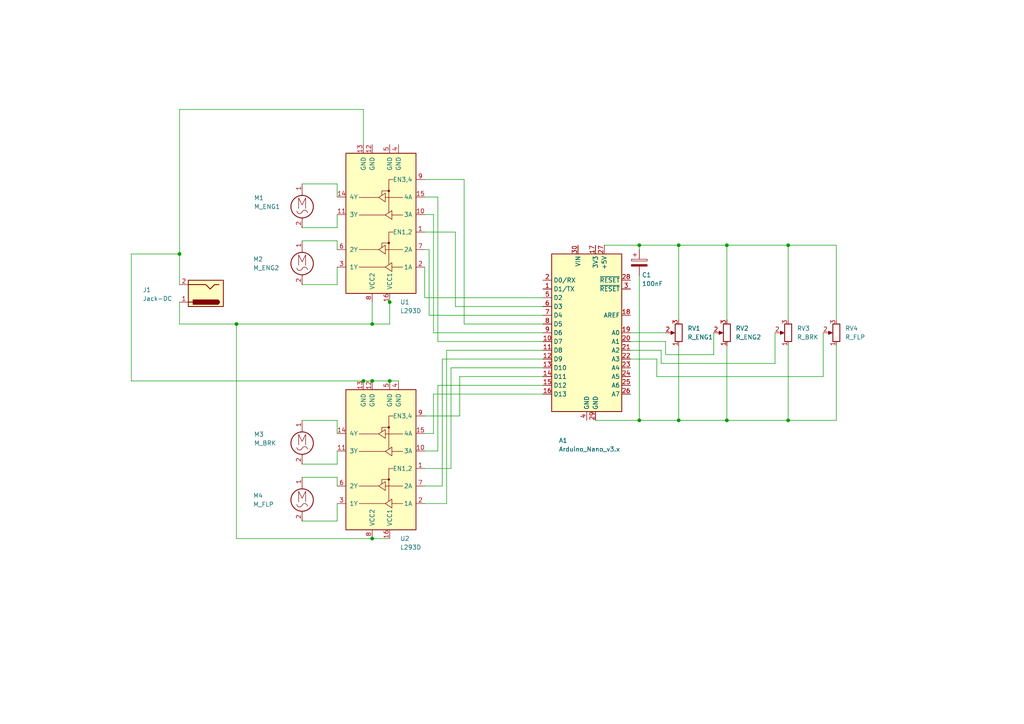
<source format=kicad_sch>
(kicad_sch (version 20231120) (generator "eeschema") (generator_version "8.0")
  (paper "A4")
  (lib_symbols
    (symbol "Connector:Jack-DC" (pin_names (offset 1.016))
      (property "Reference" "J" (at 0 5.334 0))
      (property "Value" "Jack-DC" (at 0 -5.08 0))
      (symbol "Jack-DC_0_1"
        (rectangle (start -5.08 3.81) (end 5.08 -3.81) (stroke (width 0.254)) (fill (type background)))
        (arc (start -3.302 3.175) (mid -3.9343 2.54) (end -3.302 1.905) (stroke (width 0.254)))
        (arc (start -3.302 3.175) (mid -3.9343 2.54) (end -3.302 1.905) (stroke (width 0.254)) (fill (type outline)))
        (polyline (pts (xy 5.08 2.54) (xy 3.81 2.54)) (stroke (width 0.254)))
        (polyline (pts (xy -3.81 -2.54) (xy -2.54 -2.54) (xy -1.27 -1.27) (xy 0 -2.54) (xy 2.54 -2.54) (xy 5.08 -2.54)) (stroke (width 0.254)))
        (rectangle (start 3.683 3.175) (end -3.302 1.905) (stroke (width 0.254)) (fill (type outline)))
      )
      (symbol "Jack-DC_1_1"
        (pin passive line (at 7.62 2.54 180) (length 2.54) (name "~") (number "1"))
        (pin passive line (at 7.62 -2.54 180) (length 2.54) (name "~") (number "2"))
      )
    )
    (symbol "Device:C_Polarized" (pin_numbers hide) (pin_names (offset 0.254))
      (property "Reference" "C" (at 0.635 2.54 0))
      (property "Value" "C_Polarized" (at 0.635 -2.54 0))
      (symbol "C_Polarized_0_1"
        (rectangle (start -2.286 0.508) (end 2.286 1.016))
        (polyline (pts (xy -1.778 2.286) (xy -0.762 2.286)))
        (polyline (pts (xy -1.27 2.794) (xy -1.27 1.778)))
        (rectangle (start 2.286 -0.508) (end -2.286 -1.016) (fill (type outline)))
      )
      (symbol "C_Polarized_1_1"
        (pin passive line (at 0 3.81 270) (length 2.794) (name "~") (number "1"))
        (pin passive line (at 0 -3.81 90) (length 2.794) (name "~") (number "2"))
      )
    )
    (symbol "Device:R_Potentiometer" (pin_names (offset 1.016) hide)
      (property "Reference" "RV" (at -4.445 0 90))
      (property "Value" "R_Potentiometer" (at -2.54 0 90))
      (symbol "R_Potentiometer_0_1"
        (polyline (pts (xy 2.54 0) (xy 1.524 0)))
        (polyline (pts (xy 1.143 0) (xy 2.286 0.508) (xy 2.286 -0.508) (xy 1.143 0)) (fill (type outline)))
        (rectangle (start 1.016 2.54) (end -1.016 -2.54) (stroke (width 0.254)))
      )
      (symbol "R_Potentiometer_1_1"
        (pin passive line (at 0 3.81 270) (length 1.27) (name "1") (number "1"))
        (pin passive line (at 3.81 0 180) (length 1.27) (name "2") (number "2"))
        (pin passive line (at 0 -3.81 90) (length 1.27) (name "3") (number "3"))
      )
    )
    (symbol "Driver_Motor:L293D" (pin_names (offset 1.016))
      (property "Reference" "U" (at -5.08 26.035 0))
      (property "Value" "L293D" (at -5.08 24.13 0))
      (symbol "L293D_0_1"
        (rectangle (start -10.16 22.86) (end 10.16 -17.78) (stroke (width 0.254)) (fill (type background)))
        (circle (center -2.286 -6.858) (radius 0.254) (fill (type outline)))
        (circle (center -2.286 8.255) (radius 0.254) (fill (type outline)))
        (polyline (pts (xy -6.35 -4.953) (xy -1.27 -4.953)))
        (polyline (pts (xy -6.35 0.127) (xy -3.175 0.127)))
        (polyline (pts (xy -6.35 10.16) (xy -1.27 10.16)))
        (polyline (pts (xy -6.35 15.24) (xy -3.175 15.24)))
        (polyline (pts (xy -1.27 0.127) (xy 6.35 0.127)))
        (polyline (pts (xy -1.27 15.24) (xy 6.35 15.24)))
        (polyline (pts (xy 0.635 -4.953) (xy 6.35 -4.953)))
        (polyline (pts (xy 0.635 10.16) (xy 6.35 10.16)))
        (polyline (pts (xy -2.286 -6.858) (xy -0.254 -6.858) (xy -0.254 -5.588)))
        (polyline (pts (xy -2.286 -0.635) (xy -2.286 -10.16) (xy -3.556 -10.16)))
        (polyline (pts (xy -2.286 8.255) (xy -0.254 8.255) (xy -0.254 9.525)))
        (polyline (pts (xy -2.286 14.478) (xy -2.286 5.08) (xy -3.556 5.08)))
        (polyline (pts (xy -3.175 1.397) (xy -3.175 -1.143) (xy -1.27 0.127) (xy -3.175 1.397)))
        (polyline (pts (xy -3.175 16.51) (xy -3.175 13.97) (xy -1.27 15.24) (xy -3.175 16.51)))
        (polyline (pts (xy -1.27 -3.683) (xy -1.27 -6.223) (xy 0.635 -4.953) (xy -1.27 -3.683)))
        (polyline (pts (xy -1.27 11.43) (xy -1.27 8.89) (xy 0.635 10.16) (xy -1.27 11.43)))
      )
      (symbol "L293D_1_1"
        (pin input line (at -12.7 5.08 0) (length 2.54) (name "EN1,2") (number "1"))
        (pin input line (at -12.7 0 0) (length 2.54) (name "3A") (number "10"))
        (pin output line (at 12.7 0 180) (length 2.54) (name "3Y") (number "11"))
        (pin power_in line (at 2.54 -20.32 90) (length 2.54) (name "GND") (number "12"))
        (pin power_in line (at 5.08 -20.32 90) (length 2.54) (name "GND") (number "13"))
        (pin output line (at 12.7 -5.08 180) (length 2.54) (name "4Y") (number "14"))
        (pin input line (at -12.7 -5.08 0) (length 2.54) (name "4A") (number "15"))
        (pin power_in line (at -2.54 25.4 270) (length 2.54) (name "VCC1") (number "16"))
        (pin input line (at -12.7 15.24 0) (length 2.54) (name "1A") (number "2"))
        (pin output line (at 12.7 15.24 180) (length 2.54) (name "1Y") (number "3"))
        (pin power_in line (at -5.08 -20.32 90) (length 2.54) (name "GND") (number "4"))
        (pin power_in line (at -2.54 -20.32 90) (length 2.54) (name "GND") (number "5"))
        (pin output line (at 12.7 10.16 180) (length 2.54) (name "2Y") (number "6"))
        (pin input line (at -12.7 10.16 0) (length 2.54) (name "2A") (number "7"))
        (pin power_in line (at 2.54 25.4 270) (length 2.54) (name "VCC2") (number "8"))
        (pin input line (at -12.7 -10.16 0) (length 2.54) (name "EN3,4") (number "9"))
      )
    )
    (symbol "MCU_Module:Arduino_Nano_v3.x"
      (property "Reference" "A" (at -10.16 23.495 0))
      (property "Value" "Arduino_Nano_v3.x" (at 5.08 -24.13 0))
      (symbol "Arduino_Nano_v3.x_0_1"
        (rectangle (start -10.16 22.86) (end 10.16 -22.86) (stroke (width 0.254)) (fill (type background)))
      )
      (symbol "Arduino_Nano_v3.x_1_1"
        (pin bidirectional line (at -12.7 12.7 0) (length 2.54) (name "D1/TX") (number "1"))
        (pin bidirectional line (at -12.7 -2.54 0) (length 2.54) (name "D7") (number "10"))
        (pin bidirectional line (at -12.7 -5.08 0) (length 2.54) (name "D8") (number "11"))
        (pin bidirectional line (at -12.7 -7.62 0) (length 2.54) (name "D9") (number "12"))
        (pin bidirectional line (at -12.7 -10.16 0) (length 2.54) (name "D10") (number "13"))
        (pin bidirectional line (at -12.7 -12.7 0) (length 2.54) (name "D11") (number "14"))
        (pin bidirectional line (at -12.7 -15.24 0) (length 2.54) (name "D12") (number "15"))
        (pin bidirectional line (at -12.7 -17.78 0) (length 2.54) (name "D13") (number "16"))
        (pin power_out line (at 2.54 25.4 270) (length 2.54) (name "3V3") (number "17"))
        (pin input line (at 12.7 5.08 180) (length 2.54) (name "AREF") (number "18"))
        (pin bidirectional line (at 12.7 0 180) (length 2.54) (name "A0") (number "19"))
        (pin bidirectional line (at -12.7 15.24 0) (length 2.54) (name "D0/RX") (number "2"))
        (pin bidirectional line (at 12.7 -2.54 180) (length 2.54) (name "A1") (number "20"))
        (pin bidirectional line (at 12.7 -5.08 180) (length 2.54) (name "A2") (number "21"))
        (pin bidirectional line (at 12.7 -7.62 180) (length 2.54) (name "A3") (number "22"))
        (pin bidirectional line (at 12.7 -10.16 180) (length 2.54) (name "A4") (number "23"))
        (pin bidirectional line (at 12.7 -12.7 180) (length 2.54) (name "A5") (number "24"))
        (pin bidirectional line (at 12.7 -15.24 180) (length 2.54) (name "A6") (number "25"))
        (pin bidirectional line (at 12.7 -17.78 180) (length 2.54) (name "A7") (number "26"))
        (pin power_out line (at 5.08 25.4 270) (length 2.54) (name "+5V") (number "27"))
        (pin input line (at 12.7 15.24 180) (length 2.54) (name "~{RESET}") (number "28"))
        (pin power_in line (at 2.54 -25.4 90) (length 2.54) (name "GND") (number "29"))
        (pin input line (at 12.7 12.7 180) (length 2.54) (name "~{RESET}") (number "3"))
        (pin power_in line (at -2.54 25.4 270) (length 2.54) (name "VIN") (number "30"))
        (pin power_in line (at 0 -25.4 90) (length 2.54) (name "GND") (number "4"))
        (pin bidirectional line (at -12.7 10.16 0) (length 2.54) (name "D2") (number "5"))
        (pin bidirectional line (at -12.7 7.62 0) (length 2.54) (name "D3") (number "6"))
        (pin bidirectional line (at -12.7 5.08 0) (length 2.54) (name "D4") (number "7"))
        (pin bidirectional line (at -12.7 2.54 0) (length 2.54) (name "D5") (number "8"))
        (pin bidirectional line (at -12.7 0 0) (length 2.54) (name "D6") (number "9"))
      )
    )
    (symbol "Motor:Motor_AC" (pin_names (offset 0))
      (property "Reference" "M" (at 2.54 2.54 0))
      (property "Value" "Motor_AC" (at 2.54 -5.08 0))
      (symbol "Motor_AC_0_0"
        (arc (start -1.524 -2.794) (mid -0.8654 -3.5217) (end 0 -3.048))
        (polyline (pts (xy -1.016 -2.032) (xy -1.016 1.016) (xy 0 -1.016) (xy 1.016 1.016) (xy 1.016 -2.032)))
        (arc (start 1.524 -3.302) (mid 0.85 -2.5503) (end 0 -3.048))
      )
      (symbol "Motor_AC_0_1"
        (circle (center 0 -1.524) (radius 3.2512) (stroke (width 0.254)))
        (polyline (pts (xy 0 -7.62) (xy 0 -7.112)))
        (polyline (pts (xy 0 -4.7752) (xy 0 -5.1816)))
        (polyline (pts (xy 0 1.7272) (xy 0 2.0828)))
        (polyline (pts (xy 0 2.032) (xy 0 2.54)))
      )
      (symbol "Motor_AC_1_1"
        (pin passive line (at 0 5.08 270) (length 2.54) (name "~") (number "1"))
        (pin passive line (at 0 -7.62 90) (length 2.54) (name "~") (number "2"))
      )
    )
  )
  (junction (at 107.95 110.49))
  (junction (at 196.85 71.12))
  (junction (at 185.42 71.12))
  (junction (at 228.6 71.12))
  (junction (at 210.82 121.92))
  (junction (at 113.03 110.49))
  (junction (at 68.58 93.98))
  (junction (at 107.95 93.98))
  (junction (at 185.42 121.92))
  (junction (at 52.07 73.66))
  (junction (at 210.82 71.12))
  (junction (at 113.03 87.63))
  (junction (at 105.41 110.49))
  (junction (at 107.95 156.21))
  (junction (at 228.6 121.92))
  (junction (at 196.85 121.92))
  (wire (pts (xy 97.79 53.34) (xy 97.79 57.15)))
  (wire (pts (xy 157.48 96.52) (xy 125.73 96.52)))
  (wire (pts (xy 38.1 73.66) (xy 52.07 73.66)))
  (wire (pts (xy 52.07 82.55) (xy 52.07 73.66)))
  (wire (pts (xy 105.41 31.75) (xy 105.41 41.91)))
  (wire (pts (xy 107.95 93.98) (xy 107.95 87.63)))
  (wire (pts (xy 196.85 92.71) (xy 196.85 71.12)))
  (wire (pts (xy 242.57 121.92) (xy 228.6 121.92)))
  (wire (pts (xy 130.81 135.89) (xy 123.19 135.89)))
  (wire (pts (xy 242.57 100.33) (xy 242.57 121.92)))
  (wire (pts (xy 113.03 110.49) (xy 115.57 110.49)))
  (wire (pts (xy 52.07 73.66) (xy 52.07 31.75)))
  (wire (pts (xy 107.95 110.49) (xy 113.03 110.49)))
  (wire (pts (xy 87.63 121.92) (xy 97.79 121.92)))
  (wire (pts (xy 196.85 100.33) (xy 196.85 121.92)))
  (wire (pts (xy 87.63 82.55) (xy 97.79 82.55)))
  (wire (pts (xy 130.81 106.68) (xy 130.81 135.89)))
  (wire (pts (xy 242.57 92.71) (xy 242.57 71.12)))
  (wire (pts (xy 207.01 102.87) (xy 207.01 96.52)))
  (wire (pts (xy 210.82 92.71) (xy 210.82 71.12)))
  (wire (pts (xy 193.04 102.87) (xy 207.01 102.87)))
  (wire (pts (xy 52.07 87.63) (xy 52.07 93.98)))
  (wire (pts (xy 97.79 134.62) (xy 97.79 130.81)))
  (wire (pts (xy 128.27 104.14) (xy 128.27 140.97)))
  (wire (pts (xy 97.79 138.43) (xy 97.79 140.97)))
  (wire (pts (xy 157.48 86.36) (xy 123.19 86.36)))
  (wire (pts (xy 68.58 93.98) (xy 107.95 93.98)))
  (wire (pts (xy 123.19 125.73) (xy 125.73 125.73)))
  (wire (pts (xy 191.77 105.41) (xy 224.79 105.41)))
  (wire (pts (xy 157.48 104.14) (xy 128.27 104.14)))
  (wire (pts (xy 157.48 91.44) (xy 124.46 91.44)))
  (wire (pts (xy 182.88 104.14) (xy 190.5 104.14)))
  (wire (pts (xy 125.73 114.3) (xy 125.73 125.73)))
  (wire (pts (xy 38.1 110.49) (xy 38.1 73.66)))
  (wire (pts (xy 185.42 71.12) (xy 196.85 71.12)))
  (wire (pts (xy 157.48 101.6) (xy 129.54 101.6)))
  (wire (pts (xy 172.72 121.92) (xy 185.42 121.92)))
  (wire (pts (xy 129.54 146.05) (xy 123.19 146.05)))
  (wire (pts (xy 97.79 121.92) (xy 97.79 125.73)))
  (wire (pts (xy 125.73 114.3) (xy 157.48 114.3)))
  (wire (pts (xy 190.5 104.14) (xy 190.5 109.22)))
  (wire (pts (xy 87.63 138.43) (xy 97.79 138.43)))
  (wire (pts (xy 157.48 111.76) (xy 127 111.76)))
  (wire (pts (xy 210.82 71.12) (xy 228.6 71.12)))
  (wire (pts (xy 113.03 86.36) (xy 113.03 87.63)))
  (wire (pts (xy 123.19 67.31) (xy 132.08 67.31)))
  (wire (pts (xy 133.35 109.22) (xy 133.35 120.65)))
  (wire (pts (xy 128.27 140.97) (xy 123.19 140.97)))
  (wire (pts (xy 210.82 121.92) (xy 228.6 121.92)))
  (wire (pts (xy 87.63 66.04) (xy 97.79 66.04)))
  (wire (pts (xy 113.03 156.21) (xy 107.95 156.21)))
  (wire (pts (xy 134.62 52.07) (xy 134.62 93.98)))
  (wire (pts (xy 123.19 86.36) (xy 123.19 77.47)))
  (wire (pts (xy 113.03 87.63) (xy 113.03 93.98)))
  (wire (pts (xy 87.63 134.62) (xy 97.79 134.62)))
  (wire (pts (xy 132.08 88.9) (xy 157.48 88.9)))
  (wire (pts (xy 124.46 91.44) (xy 124.46 72.39)))
  (wire (pts (xy 191.77 101.6) (xy 191.77 105.41)))
  (wire (pts (xy 196.85 71.12) (xy 210.82 71.12)))
  (wire (pts (xy 127 130.81) (xy 123.19 130.81)))
  (wire (pts (xy 185.42 121.92) (xy 196.85 121.92)))
  (wire (pts (xy 157.48 106.68) (xy 130.81 106.68)))
  (wire (pts (xy 52.07 31.75) (xy 105.41 31.75)))
  (wire (pts (xy 107.95 156.21) (xy 68.58 156.21)))
  (wire (pts (xy 123.19 52.07) (xy 134.62 52.07)))
  (wire (pts (xy 124.46 72.39) (xy 123.19 72.39)))
  (wire (pts (xy 129.54 101.6) (xy 129.54 146.05)))
  (wire (pts (xy 132.08 67.31) (xy 132.08 88.9)))
  (wire (pts (xy 157.48 109.22) (xy 133.35 109.22)))
  (wire (pts (xy 105.41 110.49) (xy 107.95 110.49)))
  (wire (pts (xy 175.26 71.12) (xy 185.42 71.12)))
  (wire (pts (xy 127 57.15) (xy 123.19 57.15)))
  (wire (pts (xy 210.82 121.92) (xy 196.85 121.92)))
  (wire (pts (xy 133.35 120.65) (xy 123.19 120.65)))
  (wire (pts (xy 228.6 92.71) (xy 228.6 71.12)))
  (wire (pts (xy 185.42 80.01) (xy 185.42 121.92)))
  (wire (pts (xy 97.79 66.04) (xy 97.79 62.23)))
  (wire (pts (xy 228.6 71.12) (xy 242.57 71.12)))
  (wire (pts (xy 228.6 100.33) (xy 228.6 121.92)))
  (wire (pts (xy 224.79 96.52) (xy 224.79 105.41)))
  (wire (pts (xy 97.79 82.55) (xy 97.79 77.47)))
  (wire (pts (xy 134.62 93.98) (xy 157.48 93.98)))
  (wire (pts (xy 52.07 93.98) (xy 68.58 93.98)))
  (wire (pts (xy 185.42 72.39) (xy 185.42 71.12)))
  (wire (pts (xy 210.82 100.33) (xy 210.82 121.92)))
  (wire (pts (xy 87.63 151.13) (xy 97.79 151.13)))
  (wire (pts (xy 87.63 53.34) (xy 97.79 53.34)))
  (wire (pts (xy 125.73 96.52) (xy 125.73 62.23)))
  (wire (pts (xy 182.88 96.52) (xy 193.04 96.52)))
  (wire (pts (xy 238.76 109.22) (xy 238.76 96.52)))
  (wire (pts (xy 97.79 151.13) (xy 97.79 146.05)))
  (wire (pts (xy 193.04 99.06) (xy 193.04 102.87)))
  (wire (pts (xy 125.73 62.23) (xy 123.19 62.23)))
  (wire (pts (xy 127 99.06) (xy 127 57.15)))
  (wire (pts (xy 38.1 110.49) (xy 105.41 110.49)))
  (wire (pts (xy 68.58 156.21) (xy 68.58 93.98)))
  (wire (pts (xy 182.88 99.06) (xy 193.04 99.06)))
  (wire (pts (xy 97.79 69.85) (xy 97.79 72.39)))
  (wire (pts (xy 157.48 99.06) (xy 127 99.06)))
  (wire (pts (xy 107.95 93.98) (xy 113.03 93.98)))
  (wire (pts (xy 182.88 101.6) (xy 191.77 101.6)))
  (wire (pts (xy 127 111.76) (xy 127 130.81)))
  (wire (pts (xy 190.5 109.22) (xy 238.76 109.22)))
  (wire (pts (xy 87.63 69.85) (xy 97.79 69.85)))
  (symbol (lib_id "Motor:Motor_AC") (at 87.63 143.51 0) (unit 1)
    (property "Reference" "M4" (at 73.406 143.764 0) (effects (justify left)))
    (property "Value" "M_FLP" (at 73.406 146.304 0) (effects (justify left)))
    (property "Footprint" "Connector_PinHeader_1.00mm:PinHeader_1x02_P1.00mm_Vertical" (effects (hide yes)))
    (property "Description" "AC Motor" (effects (hide yes)))
  )
  (symbol (lib_id "Device:C_Polarized") (at 185.42 76.2 0) (unit 1)
    (property "Reference" "C1" (at 186.182 79.756 0) (effects (justify left)))
    (property "Value" "100nF" (at 186.182 82.296 0) (effects (justify left)))
    (property "Footprint" "Capacitor_THT:CP_Radial_D5.0mm_P2.00mm" (effects (hide yes)))
    (property "Description" "Polarized capacitor" (effects (hide yes)))
  )
  (symbol (lib_id "Driver_Motor:L293D") (at 110.49 62.23 180) (unit 1)
    (property "Reference" "U1" (at 116.0465 87.63 0) (effects (justify right)))
    (property "Value" "L293D" (at 116.0465 90.17 0) (effects (justify right)))
    (property "Footprint" "Package_DIP:DIP-16_W7.62mm" (effects (hide yes)))
    (property "Datasheet" "http://www.ti.com/lit/ds/symlink/l293.pdf" (effects (hide yes)))
    (property "Description" "Quadruple Half-H Drivers" (effects (hide yes)))
  )
  (symbol (lib_id "Motor:Motor_AC") (at 87.63 74.93 0) (unit 1)
    (property "Reference" "M2" (at 73.406 75.184 0) (effects (justify left)))
    (property "Value" "M_ENG2" (at 73.406 77.724 0) (effects (justify left)))
    (property "Footprint" "Connector_PinHeader_1.00mm:PinHeader_1x02_P1.00mm_Vertical" (effects (hide yes)))
    (property "Description" "AC Motor" (effects (hide yes)))
  )
  (symbol (lib_id "Motor:Motor_AC") (at 87.63 58.42 0) (unit 1)
    (property "Reference" "M1" (at 73.66 57.404 0) (effects (justify left)))
    (property "Value" "M_ENG1" (at 73.66 59.944 0) (effects (justify left)))
    (property "Footprint" "Connector_PinHeader_1.00mm:PinHeader_1x02_P1.00mm_Vertical" (effects (hide yes)))
    (property "Description" "AC Motor" (effects (hide yes)))
  )
  (symbol (lib_id "Device:R_Potentiometer") (at 196.85 96.52 180) (unit 1)
    (property "Reference" "RV1" (at 199.39 95.2499 0) (effects (justify right)))
    (property "Value" "R_ENG1" (at 199.39 97.7899 0) (effects (justify right)))
    (property "Footprint" "Connector_PinHeader_1.00mm:PinHeader_1x03_P1.00mm_Vertical" (effects (hide yes)))
    (property "Description" "Potentiometer" (effects (hide yes)))
  )
  (symbol (lib_id "Motor:Motor_AC") (at 87.63 127 0) (unit 1)
    (property "Reference" "M3" (at 73.66 125.984 0) (effects (justify left)))
    (property "Value" "M_BRK" (at 73.66 128.524 0) (effects (justify left)))
    (property "Footprint" "Connector_PinHeader_1.00mm:PinHeader_1x02_P1.00mm_Vertical" (effects (hide yes)))
    (property "Description" "AC Motor" (effects (hide yes)))
  )
  (symbol (lib_id "MCU_Module:Arduino_Nano_v3.x") (at 170.18 96.52 0) (unit 1)
    (property "Reference" "A1" (at 162.052 127.762 0) (effects (justify left)))
    (property "Value" "Arduino_Nano_v3.x" (at 162.052 130.302 0) (effects (justify left)))
    (property "Footprint" "Module:Arduino_Nano" (effects (hide yes)))
    (property "Datasheet" "http://www.mouser.com/pdfdocs/Gravitech_Arduino_Nano3_0.pdf" (effects (hide yes)))
    (property "Description" "Arduino Nano v3.x" (effects (hide yes)))
  )
  (symbol (lib_id "Device:R_Potentiometer") (at 228.6 96.52 180) (unit 1)
    (property "Reference" "RV3" (at 231.14 95.2499 0) (effects (justify right)))
    (property "Value" "R_BRK" (at 231.14 97.7899 0) (effects (justify right)))
    (property "Footprint" "Connector_PinHeader_1.00mm:PinHeader_1x03_P1.00mm_Vertical" (effects (hide yes)))
    (property "Description" "Potentiometer" (effects (hide yes)))
  )
  (symbol (lib_id "Device:R_Potentiometer") (at 210.82 96.52 180) (unit 1)
    (property "Reference" "RV2" (at 213.36 95.2499 0) (effects (justify right)))
    (property "Value" "R_ENG2" (at 213.36 97.7899 0) (effects (justify right)))
    (property "Footprint" "Connector_PinHeader_1.00mm:PinHeader_1x03_P1.00mm_Vertical" (effects (hide yes)))
    (property "Description" "Potentiometer" (effects (hide yes)))
  )
  (symbol (lib_id "Connector:Jack-DC") (at 59.69 85.09 180) (unit 1)
    (property "Reference" "J1" (at 41.402 84.074 0) (effects (justify right)))
    (property "Value" "Jack-DC" (at 41.402 86.614 0) (effects (justify right)))
    (property "Footprint" "Connector_BarrelJack:BarrelJack_GCT_DCJ200-10-A_Horizontal" (effects (hide yes)))
    (property "Description" "DC Barrel Jack" (effects (hide yes)))
  )
  (symbol (lib_id "Device:R_Potentiometer") (at 242.57 96.52 180) (unit 1)
    (property "Reference" "RV4" (at 245.11 95.2499 0) (effects (justify right)))
    (property "Value" "R_FLP" (at 245.11 97.7899 0) (effects (justify right)))
    (property "Footprint" "Connector_PinHeader_1.00mm:PinHeader_1x03_P1.00mm_Vertical" (effects (hide yes)))
    (property "Description" "Potentiometer" (effects (hide yes)))
  )
  (symbol (lib_id "Driver_Motor:L293D") (at 110.49 130.81 180) (unit 1)
    (property "Reference" "U2" (at 116.0465 156.21 0) (effects (justify right)))
    (property "Value" "L293D" (at 116.0465 158.75 0) (effects (justify right)))
    (property "Footprint" "Package_DIP:DIP-16_W7.62mm" (effects (hide yes)))
    (property "Datasheet" "http://www.ti.com/lit/ds/symlink/l293.pdf" (effects (hide yes)))
    (property "Description" "Quadruple Half-H Drivers" (effects (hide yes)))
  )
)
</source>
